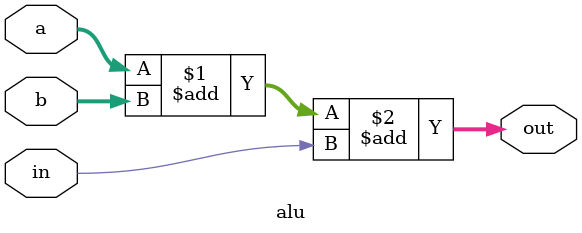
<source format=v>
module alu
(
    input [7:0] a, b,
    input in,
    output [7:0] out
);
assign out = a + b + in;
endmodule
</source>
